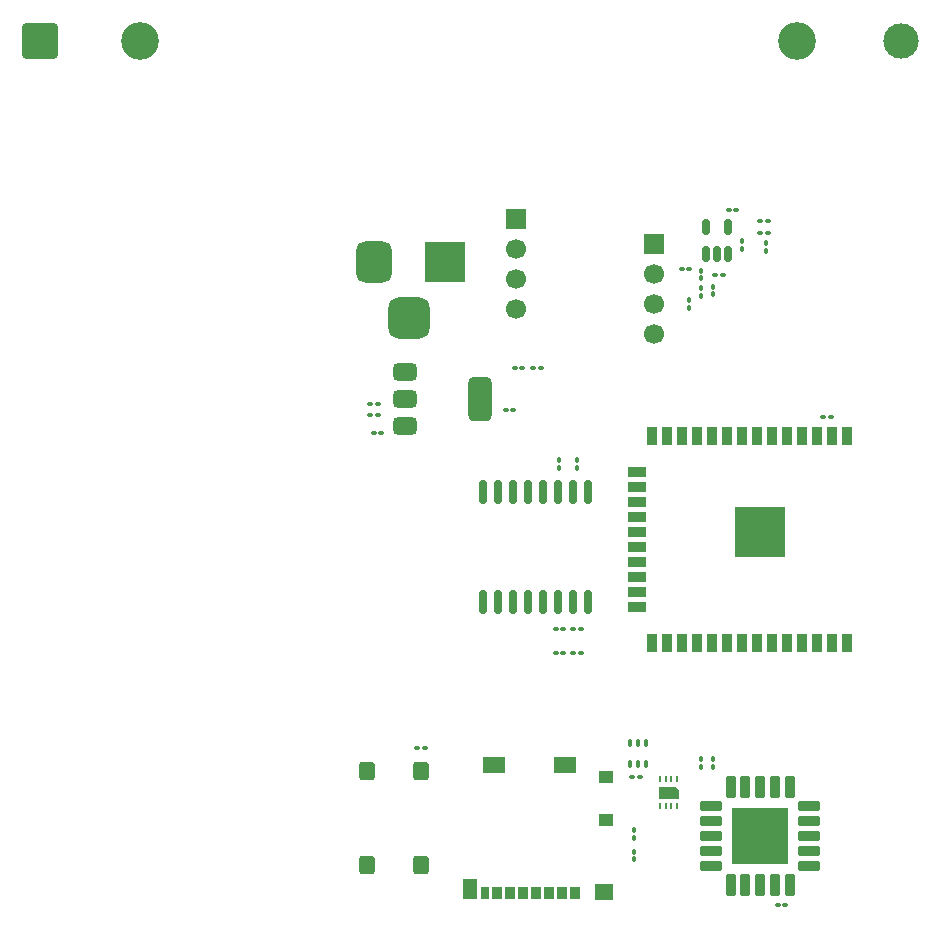
<source format=gts>
%TF.GenerationSoftware,KiCad,Pcbnew,9.0.6*%
%TF.CreationDate,2026-01-28T16:00:35+00:00*%
%TF.ProjectId,RoomHealthBlackBox,526f6f6d-4865-4616-9c74-68426c61636b,rev?*%
%TF.SameCoordinates,Original*%
%TF.FileFunction,Soldermask,Top*%
%TF.FilePolarity,Negative*%
%FSLAX46Y46*%
G04 Gerber Fmt 4.6, Leading zero omitted, Abs format (unit mm)*
G04 Created by KiCad (PCBNEW 9.0.6) date 2026-01-28 16:00:35*
%MOMM*%
%LPD*%
G01*
G04 APERTURE LIST*
G04 Aperture macros list*
%AMRoundRect*
0 Rectangle with rounded corners*
0 $1 Rounding radius*
0 $2 $3 $4 $5 $6 $7 $8 $9 X,Y pos of 4 corners*
0 Add a 4 corners polygon primitive as box body*
4,1,4,$2,$3,$4,$5,$6,$7,$8,$9,$2,$3,0*
0 Add four circle primitives for the rounded corners*
1,1,$1+$1,$2,$3*
1,1,$1+$1,$4,$5*
1,1,$1+$1,$6,$7*
1,1,$1+$1,$8,$9*
0 Add four rect primitives between the rounded corners*
20,1,$1+$1,$2,$3,$4,$5,0*
20,1,$1+$1,$4,$5,$6,$7,0*
20,1,$1+$1,$6,$7,$8,$9,0*
20,1,$1+$1,$8,$9,$2,$3,0*%
%AMFreePoly0*
4,1,6,0.500000,-0.850000,-0.500000,-0.850000,-0.500000,0.550000,-0.200000,0.850000,0.500000,0.850000,0.500000,-0.850000,0.500000,-0.850000,$1*%
G04 Aperture macros list end*
%ADD10RoundRect,0.100000X0.130000X0.100000X-0.130000X0.100000X-0.130000X-0.100000X0.130000X-0.100000X0*%
%ADD11RoundRect,0.100000X0.100000X-0.130000X0.100000X0.130000X-0.100000X0.130000X-0.100000X-0.130000X0*%
%ADD12RoundRect,0.100000X-0.130000X-0.100000X0.130000X-0.100000X0.130000X0.100000X-0.130000X0.100000X0*%
%ADD13RoundRect,0.100000X-0.100000X0.130000X-0.100000X-0.130000X0.100000X-0.130000X0.100000X0.130000X0*%
%ADD14R,0.850000X1.100000*%
%ADD15R,0.750000X1.100000*%
%ADD16R,1.200000X1.000000*%
%ADD17R,1.550000X1.350000*%
%ADD18R,1.900000X1.350000*%
%ADD19R,1.170000X1.800000*%
%ADD20R,1.700000X1.700000*%
%ADD21C,1.700000*%
%ADD22RoundRect,0.375000X-0.625000X-0.375000X0.625000X-0.375000X0.625000X0.375000X-0.625000X0.375000X0*%
%ADD23RoundRect,0.500000X-0.500000X-1.400000X0.500000X-1.400000X0.500000X1.400000X-0.500000X1.400000X0*%
%ADD24RoundRect,0.212500X0.737500X0.212500X-0.737500X0.212500X-0.737500X-0.212500X0.737500X-0.212500X0*%
%ADD25RoundRect,0.212500X0.212500X0.737500X-0.212500X0.737500X-0.212500X-0.737500X0.212500X-0.737500X0*%
%ADD26R,4.800000X4.800000*%
%ADD27RoundRect,0.250000X0.400000X-0.525000X0.400000X0.525000X-0.400000X0.525000X-0.400000X-0.525000X0*%
%ADD28R,3.500000X3.500000*%
%ADD29RoundRect,0.750000X-0.750000X-1.000000X0.750000X-1.000000X0.750000X1.000000X-0.750000X1.000000X0*%
%ADD30RoundRect,0.875000X-0.875000X-0.875000X0.875000X-0.875000X0.875000X0.875000X-0.875000X0.875000X0*%
%ADD31R,0.900000X1.500000*%
%ADD32R,1.500000X0.900000*%
%ADD33C,0.600000*%
%ADD34R,4.200000X4.200000*%
%ADD35C,3.200000*%
%ADD36RoundRect,0.249999X-1.250001X-1.250001X1.250001X-1.250001X1.250001X1.250001X-1.250001X1.250001X0*%
%ADD37C,3.000000*%
%ADD38RoundRect,0.150000X0.150000X-0.512500X0.150000X0.512500X-0.150000X0.512500X-0.150000X-0.512500X0*%
%ADD39RoundRect,0.150000X-0.150000X0.875000X-0.150000X-0.875000X0.150000X-0.875000X0.150000X0.875000X0*%
%ADD40RoundRect,0.075000X0.075000X-0.250000X0.075000X0.250000X-0.075000X0.250000X-0.075000X-0.250000X0*%
%ADD41R,0.250000X0.550000*%
%ADD42FreePoly0,270.000000*%
G04 APERTURE END LIST*
D10*
%TO.C,D_ENV1*%
X169475000Y-96460000D03*
X168835000Y-96460000D03*
%TD*%
D11*
%TO.C,R2*%
X166500000Y-143640000D03*
X166500000Y-143000000D03*
%TD*%
D12*
%TO.C,R_ENV1*%
X171525000Y-98460000D03*
X172165000Y-98460000D03*
%TD*%
D10*
%TO.C,R_LED_R1*%
X154820000Y-134000000D03*
X154180000Y-134000000D03*
%TD*%
D13*
%TO.C,R4*%
X166500000Y-103140000D03*
X166500000Y-103780000D03*
%TD*%
D12*
%TO.C,R_V1*%
X150736000Y-109892840D03*
X151376000Y-109892840D03*
%TD*%
D14*
%TO.C,J2*%
X155835000Y-154325000D03*
X154735000Y-154325000D03*
X153635000Y-154325000D03*
X152535000Y-154325000D03*
X151435000Y-154325000D03*
X150335000Y-154325000D03*
X149235000Y-154325000D03*
D15*
X148185000Y-154325000D03*
D16*
X158470000Y-148175000D03*
X158470000Y-144475000D03*
D17*
X158295000Y-154200000D03*
D18*
X154970000Y-143500000D03*
X149000000Y-143500000D03*
D19*
X146975000Y-153975000D03*
%TD*%
D13*
%TO.C,R7*%
X170000000Y-99140000D03*
X170000000Y-99780000D03*
%TD*%
%TO.C,R_ADC1*%
X172000000Y-99295000D03*
X172000000Y-99935000D03*
%TD*%
D11*
%TO.C,R1*%
X167500000Y-143615000D03*
X167500000Y-142975000D03*
%TD*%
D20*
%TO.C,U_CHG1*%
X150801000Y-97272840D03*
D21*
X150801000Y-99812840D03*
X150801000Y-102352840D03*
X150801000Y-104892840D03*
%TD*%
D11*
%TO.C,C_SD1*%
X160800001Y-151475000D03*
X160800001Y-150835000D03*
%TD*%
D10*
%TO.C,D1*%
X139121000Y-112892840D03*
X138481000Y-112892840D03*
%TD*%
D20*
%TO.C,J_MIC1*%
X162500000Y-99380000D03*
D21*
X162500000Y-101920000D03*
X162500000Y-104460000D03*
X162500000Y-107000000D03*
%TD*%
D11*
%TO.C,R5*%
X166500000Y-102280000D03*
X166500000Y-101640000D03*
%TD*%
D12*
%TO.C,C_ENV1*%
X171525000Y-97460000D03*
X172165000Y-97460000D03*
%TD*%
D10*
%TO.C,D2*%
X139121000Y-113892840D03*
X138481000Y-113892840D03*
%TD*%
%TO.C,R_LED_G1*%
X154845000Y-132000000D03*
X154205000Y-132000000D03*
%TD*%
D12*
%TO.C,C_IN1*%
X138801000Y-115392840D03*
X139441000Y-115392840D03*
%TD*%
D22*
%TO.C,U3*%
X141451000Y-110200000D03*
X141451000Y-112500000D03*
D23*
X147751000Y-112500000D03*
D22*
X141451000Y-114800000D03*
%TD*%
D11*
%TO.C,C_REF1*%
X167500000Y-103625000D03*
X167500000Y-102985000D03*
%TD*%
D12*
%TO.C,C_CO2*%
X172985000Y-155300000D03*
X173625000Y-155300000D03*
%TD*%
D11*
%TO.C,R3*%
X165500000Y-104780000D03*
X165500000Y-104140000D03*
%TD*%
D13*
%TO.C,R_RTCINT1*%
X154500000Y-117680000D03*
X154500000Y-118320000D03*
%TD*%
D24*
%TO.C,U4*%
X175655000Y-152000000D03*
X175655000Y-150750000D03*
X175655000Y-149500000D03*
X175655000Y-148250000D03*
X175655000Y-147000000D03*
D25*
X174005000Y-145350000D03*
X172755000Y-145350000D03*
X171505000Y-145350000D03*
X170255000Y-145350000D03*
X169005000Y-145350000D03*
D24*
X167355000Y-147000000D03*
X167355000Y-148250000D03*
X167355000Y-149500000D03*
X167355000Y-150750000D03*
X167355000Y-152000000D03*
D25*
X169005000Y-153650000D03*
X170255000Y-153650000D03*
X171505000Y-153650000D03*
X172755000Y-153650000D03*
X174005000Y-153650000D03*
D26*
X171505000Y-149500000D03*
%TD*%
D10*
%TO.C,C_IN2*%
X165500000Y-101460000D03*
X164860000Y-101460000D03*
%TD*%
D27*
%TO.C,SW_CFG1*%
X138250000Y-151980000D03*
X138250000Y-144020000D03*
X142750000Y-151980000D03*
X142750000Y-144020000D03*
%TD*%
D28*
%TO.C,J1*%
X144801000Y-100935340D03*
D29*
X138801000Y-100935340D03*
D30*
X141801000Y-105635340D03*
%TD*%
D10*
%TO.C,C_OUT1*%
X150621000Y-113392840D03*
X149981000Y-113392840D03*
%TD*%
D12*
%TO.C,R_V2*%
X152301000Y-109892840D03*
X152941000Y-109892840D03*
%TD*%
D10*
%TO.C,D_R1*%
X156320000Y-134000000D03*
X155680000Y-134000000D03*
%TD*%
%TO.C,R_EN1*%
X177500000Y-114000000D03*
X176860000Y-114000000D03*
%TD*%
D31*
%TO.C,U1*%
X178865000Y-115667500D03*
X177595000Y-115667500D03*
X176325000Y-115667500D03*
X175055000Y-115667500D03*
X173785000Y-115667500D03*
X172515000Y-115667500D03*
X171245000Y-115667500D03*
X169975000Y-115667500D03*
X168705000Y-115667500D03*
X167435000Y-115667500D03*
X166165000Y-115667500D03*
X164895000Y-115667500D03*
X163625000Y-115667500D03*
X162355000Y-115667500D03*
D32*
X161105000Y-118707500D03*
X161105000Y-119977500D03*
X161105000Y-121247500D03*
X161105000Y-122517500D03*
X161105000Y-123787500D03*
X161105000Y-125057500D03*
X161105000Y-126327500D03*
X161105000Y-127597500D03*
X161105000Y-128867500D03*
X161105000Y-130137500D03*
D31*
X162355000Y-133167500D03*
X163625000Y-133167500D03*
X164895000Y-133167500D03*
X166165000Y-133167500D03*
X167435000Y-133167500D03*
X168705000Y-133167500D03*
X169975000Y-133167500D03*
X171245000Y-133167500D03*
X172515000Y-133167500D03*
X173785000Y-133167500D03*
X175055000Y-133167500D03*
X176325000Y-133167500D03*
X177595000Y-133167500D03*
X178865000Y-133167500D03*
D33*
X172287500Y-122212500D03*
X170762500Y-122212500D03*
X173050000Y-122975000D03*
X171525000Y-122975000D03*
X170000000Y-122975000D03*
X172287500Y-123737500D03*
D34*
X171525000Y-123737500D03*
D33*
X170762500Y-123737500D03*
X173050000Y-124500000D03*
X171525000Y-124500000D03*
X170000000Y-124500000D03*
X172287500Y-125262500D03*
X170762500Y-125262500D03*
%TD*%
D35*
%TO.C,BT1*%
X118990000Y-82200000D03*
X174600000Y-82200000D03*
D36*
X110545000Y-82200000D03*
D37*
X183445000Y-82200000D03*
%TD*%
D10*
%TO.C,D_G1*%
X156320000Y-132000000D03*
X155680000Y-132000000D03*
%TD*%
D13*
%TO.C,C_RTC1*%
X156000000Y-117680000D03*
X156000000Y-118320000D03*
%TD*%
D12*
%TO.C,C_LUX1*%
X160680000Y-144500000D03*
X161320000Y-144500000D03*
%TD*%
D38*
%TO.C,U_MIC1*%
X166912500Y-100235000D03*
X167862500Y-100235000D03*
X168812500Y-100235000D03*
X168812500Y-97960000D03*
X166912500Y-97960000D03*
%TD*%
D10*
%TO.C,R_CFG1*%
X143130000Y-142040000D03*
X142490000Y-142040000D03*
%TD*%
D39*
%TO.C,U_CLK1*%
X156945000Y-120350000D03*
X155675000Y-120350000D03*
X154405000Y-120350000D03*
X153135000Y-120350000D03*
X151865000Y-120350000D03*
X150595000Y-120350000D03*
X149325000Y-120350000D03*
X148055000Y-120350000D03*
X148055000Y-129650000D03*
X149325000Y-129650000D03*
X150595000Y-129650000D03*
X151865000Y-129650000D03*
X153135000Y-129650000D03*
X154405000Y-129650000D03*
X155675000Y-129650000D03*
X156945000Y-129650000D03*
%TD*%
D40*
%TO.C,U_LUX1*%
X160505000Y-143400000D03*
X161155000Y-143400000D03*
X161805000Y-143400000D03*
X161805000Y-141600000D03*
X161155000Y-141600000D03*
X160505000Y-141600000D03*
%TD*%
D41*
%TO.C,U2*%
X164500000Y-144650000D03*
X164000000Y-144650000D03*
X163500000Y-144650000D03*
X163000000Y-144650000D03*
X163000000Y-147000000D03*
X163500000Y-147000000D03*
X164000000Y-147000000D03*
X164500000Y-147000000D03*
D42*
X163750000Y-145825000D03*
%TD*%
D11*
%TO.C,C_SD2*%
X160800001Y-149640000D03*
X160800001Y-149000000D03*
%TD*%
D12*
%TO.C,R6*%
X167680000Y-101960000D03*
X168320000Y-101960000D03*
%TD*%
M02*

</source>
